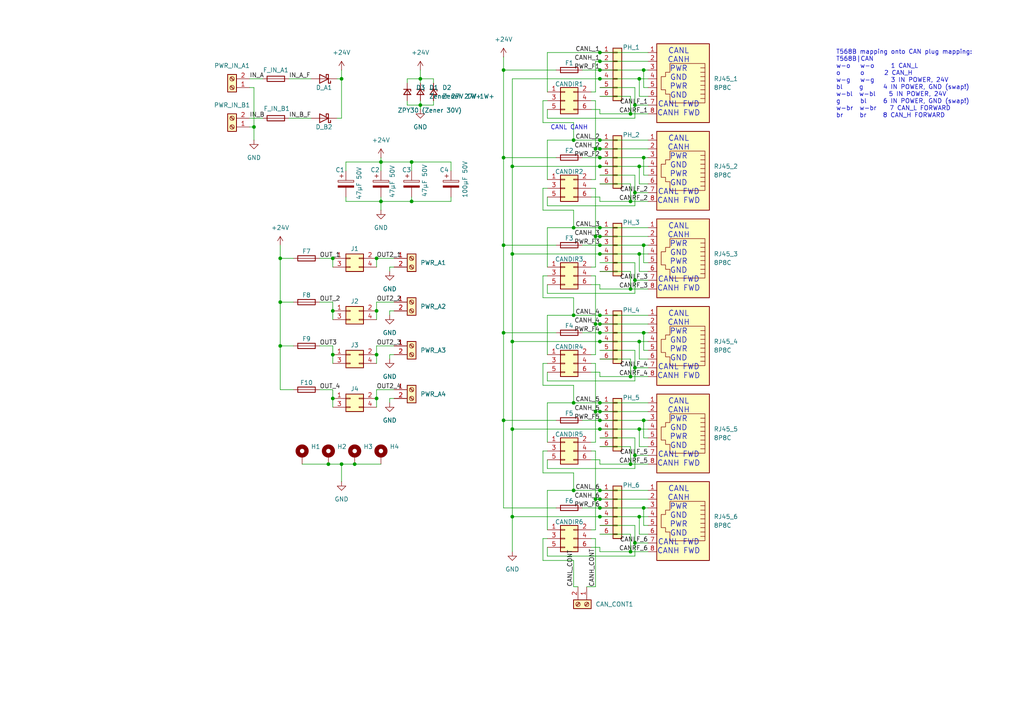
<source format=kicad_sch>
(kicad_sch (version 20250114) (generator "eeschema") (generator_version "9.0")
  (paper "A4")
  (lib_symbols
    (symbol "Connector:8P8C" (pin_names (offset 1.016))
      (property "Reference" "J" (at -5.08 13.97 0))
      (property "Value" "8P8C" (at 2.54 13.97 0))
      (symbol "8P8C_1_1"
        (pin passive line (at 10.16 10.16 180) (length 2.54) (name "~") (number "8"))
        (pin passive line (at 10.16 7.62 180) (length 2.54) (name "~") (number "7"))
        (pin passive line (at 10.16 5.08 180) (length 2.54) (name "~") (number "6"))
        (pin passive line (at 10.16 2.54 180) (length 2.54) (name "~") (number "5"))
        (pin passive line (at 10.16 0 180) (length 2.54) (name "~") (number "4"))
        (pin passive line (at 10.16 -2.54 180) (length 2.54) (name "~") (number "3"))
        (pin passive line (at 10.16 -5.08 180) (length 2.54) (name "~") (number "2"))
        (pin passive line (at 10.16 -7.62 180) (length 2.54) (name "~") (number "1"))
      )
    )
    (symbol "Connector:Screw_Terminal_01x02" (pin_names (offset 1.016) (hide yes))
      (property "Reference" "J" (at 0 2.54 0))
      (property "Value" "Screw_Terminal_01x02" (at 0 -5.08 0))
      (symbol "Screw_Terminal_01x02_1_1"
        (pin passive line (at -5.08 0 0) (length 3.81) (name "Pin_1") (number "1"))
        (pin passive line (at -5.08 -2.54 0) (length 3.81) (name "Pin_2") (number "2"))
      )
    )
    (symbol "Connector_Generic:Conn_01x06" (pin_names (offset 1.016) (hide yes))
      (property "Reference" "J" (at 0 7.62 0))
      (property "Value" "Conn_01x06" (at 0 -10.16 0))
      (symbol "Conn_01x06_1_1"
        (pin passive line (at -5.08 5.08 0) (length 3.81) (name "Pin_1") (number "1"))
        (pin passive line (at -5.08 2.54 0) (length 3.81) (name "Pin_2") (number "2"))
        (pin passive line (at -5.08 0 0) (length 3.81) (name "Pin_3") (number "3"))
        (pin passive line (at -5.08 -2.54 0) (length 3.81) (name "Pin_4") (number "4"))
        (pin passive line (at -5.08 -5.08 0) (length 3.81) (name "Pin_5") (number "5"))
        (pin passive line (at -5.08 -7.62 0) (length 3.81) (name "Pin_6") (number "6"))
      )
    )
    (symbol "Connector_Generic:Conn_02x02_Odd_Even" (pin_names (offset 1.016) (hide yes))
      (property "Reference" "J" (at 1.27 2.54 0))
      (property "Value" "Conn_02x02_Odd_Even" (at 1.27 -5.08 0))
      (symbol "Conn_02x02_Odd_Even_1_1"
        (pin passive line (at -5.08 0 0) (length 3.81) (name "Pin_1") (number "1"))
        (pin passive line (at -5.08 -2.54 0) (length 3.81) (name "Pin_3") (number "3"))
        (pin passive line (at 7.62 0 180) (length 3.81) (name "Pin_2") (number "2"))
        (pin passive line (at 7.62 -2.54 180) (length 3.81) (name "Pin_4") (number "4"))
      )
    )
    (symbol "Connector_Generic:Conn_02x03_Odd_Even" (pin_names (offset 1.016) (hide yes))
      (property "Reference" "J" (at 1.27 5.08 0))
      (property "Value" "Conn_02x03_Odd_Even" (at 1.27 -5.08 0))
      (symbol "Conn_02x03_Odd_Even_1_1"
        (pin passive line (at -5.08 2.54 0) (length 3.81) (name "Pin_1") (number "1"))
        (pin passive line (at -5.08 0 0) (length 3.81) (name "Pin_3") (number "3"))
        (pin passive line (at -5.08 -2.54 0) (length 3.81) (name "Pin_5") (number "5"))
        (pin passive line (at 7.62 2.54 180) (length 3.81) (name "Pin_2") (number "2"))
        (pin passive line (at 7.62 0 180) (length 3.81) (name "Pin_4") (number "4"))
        (pin passive line (at 7.62 -2.54 180) (length 3.81) (name "Pin_6") (number "6"))
      )
    )
    (symbol "Device:C_Polarized" (pin_numbers (hide yes)) (pin_names (offset 0.254))
      (property "Reference" "C" (at 0.635 2.54 0))
      (property "Value" "C_Polarized" (at 0.635 -2.54 0))
      (symbol "C_Polarized_1_1"
        (pin passive line (at 0 3.81 270) (length 2.794) (name "~") (number "1"))
        (pin passive line (at 0 -3.81 90) (length 2.794) (name "~") (number "2"))
      )
    )
    (symbol "Device:D_Zener_Small" (pin_numbers (hide yes)) (pin_names (offset 0.254) (hide yes))
      (property "Reference" "D" (at 0 2.286 0))
      (property "Value" "D_Zener_Small" (at 0 -2.286 0))
      (symbol "D_Zener_Small_1_1"
        (pin passive line (at -2.54 0 0) (length 1.778) (name "K") (number "1"))
        (pin passive line (at 2.54 0 180) (length 1.778) (name "A") (number "2"))
      )
    )
    (symbol "Device:Fuse" (pin_numbers (hide yes)) (pin_names (offset 0))
      (property "Reference" "F" (at 2.032 0 90))
      (property "Value" "Fuse" (at -1.905 0 90))
      (symbol "Fuse_1_1"
        (pin passive line (at 0 3.81 270) (length 1.27) (name "~") (number "1"))
        (pin passive line (at 0 -3.81 90) (length 1.27) (name "~") (number "2"))
      )
    )
    (symbol "Diode:1N5822" (pin_numbers (hide yes)) (pin_names (offset 1.016) (hide yes))
      (property "Reference" "D" (at 0 2.54 0))
      (property "Value" "1N5822" (at 0 -2.54 0))
      (symbol "1N5822_1_1"
        (pin passive line (at -3.81 0 0) (length 2.54) (name "K") (number "1"))
        (pin passive line (at 3.81 0 180) (length 2.54) (name "A") (number "2"))
      )
    )
    (symbol "Mechanical:MountingHole_Pad" (pin_numbers (hide yes)) (pin_names (offset 1.016) (hide yes)) (in_bom no)
      (property "Reference" "H" (at 0 6.35 0))
      (property "Value" "MountingHole_Pad" (at 0 4.445 0))
      (symbol "MountingHole_Pad_1_1"
        (pin input line (at 0 -2.54 90) (length 2.54) (name "1") (number "1"))
      )
    )
    (symbol "power:+24V" (power) (pin_numbers (hide yes)) (pin_names (offset 0) (hide yes))
      (property "Value" "+24V" (at 0 3.556 0))
      (symbol "+24V_1_1"
        (pin power_in line (at 0 0 90) (length 0) (name "~") (number "1"))
      )
    )
    (symbol "power:GND" (power) (pin_numbers (hide yes)) (pin_names (offset 0) (hide yes))
      (property "Value" "GND" (at 0 -3.81 0))
      (symbol "GND_1_1"
        (pin power_in line (at 0 0 270) (length 0) (name "~") (number "1"))
      )
    )
  )
  (text "CANL\nCANH\nPWR\nGND\nPWR\nGND\nCANL FWD\nCANH FWD" (at 196.85 100.076 0) (effects (font (size 1.6 1.6))))
  (text "CANL\nCANH\nPWR\nGND\nPWR\nGND\nCANL FWD\nCANH FWD" (at 196.85 49.276 0) (effects (font (size 1.6 1.6))))
  (text "CANL\nCANH\nPWR\nGND\nPWR\nGND\nCANL FWD\nCANH FWD" (at 196.85 74.676 0) (effects (font (size 1.6 1.6))))
  (text "CANL\nCANH\nPWR\nGND\nPWR\nGND\nCANL FWD\nCANH FWD" (at 196.85 125.476 0) (effects (font (size 1.6 1.6))))
  (text "CANL\nCANH\nPWR\nGND\nPWR\nGND\nCANL FWD\nCANH FWD" (at 196.85 23.876 0) (effects (font (size 1.6 1.6))))
  (text "CANL\nCANH\nPWR\nGND\nPWR\nGND\nCANL FWD\nCANH FWD" (at 196.85 150.876 0) (effects (font (size 1.6 1.6))))
  (text "  T568B mapping onto CAN plug mapping:\n  T568B|CAN\n  w-o   w-o     1 CAN_L\n  o      o      2 CAN_H\n  w-g   w-g     3 IN POWER, 24V\n  bl     g      4 IN POWER, GND (swap!)\n  w-bl  w-bl    5 IN POWER, 24V\n  g      bl     6 IN POWER, GND (swap!)\n  w-br  w-br    7 CAN_L FORWARD\n  br     br     8 CAN_H FORWARD\n" (at 240.538 24.384 0) (effects (font (size 1.27 1.27)) (justify left)))
  (text "CANL CANH" (at 165.1 37.084 0) (effects (font (size 1.27 1.27))))
  (junction (at 185.42 48.26))
  (junction (at 173.99 93.98))
  (junction (at 81.28 74.93))
  (junction (at 173.99 22.86))
  (junction (at 173.99 17.78))
  (junction (at 182.88 33.02))
  (junction (at 110.49 46.99))
  (junction (at 182.88 134.62))
  (junction (at 121.92 30.48))
  (junction (at 119.38 58.42))
  (junction (at 186.69 121.92))
  (junction (at 184.15 30.48))
  (junction (at 173.99 15.24))
  (junction (at 102.87 134.62))
  (junction (at 182.88 83.82))
  (junction (at 173.99 68.58))
  (junction (at 173.99 20.32))
  (junction (at 81.28 100.33))
  (junction (at 109.22 90.17))
  (junction (at 173.99 147.32))
  (junction (at 166.37 40.64))
  (junction (at 173.99 121.92))
  (junction (at 184.15 157.48))
  (junction (at 173.99 124.46))
  (junction (at 185.42 124.46))
  (junction (at 173.99 119.38))
  (junction (at 96.52 102.87))
  (junction (at 109.22 74.93))
  (junction (at 173.99 43.18))
  (junction (at 110.49 58.42))
  (junction (at 186.69 96.52))
  (junction (at 173.99 66.04))
  (junction (at 99.06 134.62))
  (junction (at 96.52 74.93))
  (junction (at 148.59 48.26))
  (junction (at 109.22 102.87))
  (junction (at 146.05 20.32))
  (junction (at 186.69 71.12))
  (junction (at 148.59 124.46))
  (junction (at 148.59 99.06))
  (junction (at 184.15 132.08))
  (junction (at 173.99 96.52))
  (junction (at 166.37 66.04))
  (junction (at 173.99 45.72))
  (junction (at 109.22 115.57))
  (junction (at 173.99 48.26))
  (junction (at 184.15 81.28))
  (junction (at 148.59 73.66))
  (junction (at 95.25 134.62))
  (junction (at 173.99 116.84))
  (junction (at 185.42 73.66))
  (junction (at 185.42 149.86))
  (junction (at 146.05 71.12))
  (junction (at 146.05 96.52))
  (junction (at 96.52 90.17))
  (junction (at 173.99 149.86))
  (junction (at 172.72 144.78))
  (junction (at 146.05 45.72))
  (junction (at 185.42 99.06))
  (junction (at 173.99 144.78))
  (junction (at 172.72 119.38))
  (junction (at 166.37 91.44))
  (junction (at 119.38 46.99))
  (junction (at 148.59 149.86))
  (junction (at 172.72 68.58))
  (junction (at 186.69 20.32))
  (junction (at 166.37 116.84))
  (junction (at 121.92 22.86))
  (junction (at 173.99 142.24))
  (junction (at 184.15 106.68))
  (junction (at 99.06 22.86))
  (junction (at 184.15 55.88))
  (junction (at 173.99 99.06))
  (junction (at 182.88 160.02))
  (junction (at 173.99 40.64))
  (junction (at 186.69 45.72))
  (junction (at 182.88 58.42))
  (junction (at 186.69 147.32))
  (junction (at 81.28 87.63))
  (junction (at 172.72 43.18))
  (junction (at 166.37 142.24))
  (junction (at 96.52 115.57))
  (junction (at 173.99 71.12))
  (junction (at 172.72 93.98))
  (junction (at 182.88 109.22))
  (junction (at 173.99 73.66))
  (junction (at 146.05 121.92))
  (junction (at 173.99 91.44))
  (junction (at 185.42 22.86))
  (junction (at 73.66 36.83))
  (wire (pts (xy 172.72 93.98) (xy 173.99 93.98)))
  (wire (pts (xy 173.99 93.98) (xy 187.96 93.98)))
  (wire (pts (xy 173.99 15.24) (xy 187.96 15.24)))
  (wire (pts (xy 173.99 17.78) (xy 187.96 17.78)))
  (wire (pts (xy 166.37 91.44) (xy 173.99 91.44)))
  (wire (pts (xy 148.59 73.66) (xy 173.99 73.66)))
  (wire (pts (xy 168.91 20.32) (xy 173.99 20.32)))
  (wire (pts (xy 187.96 124.46) (xy 185.42 124.46)))
  (wire (pts (xy 184.15 34.29) (xy 184.15 30.48)))
  (wire (pts (xy 99.06 134.62) (xy 102.87 134.62)))
  (wire (pts (xy 146.05 121.92) (xy 146.05 147.32)))
  (wire (pts (xy 171.45 54.61) (xy 172.72 54.61)))
  (wire (pts (xy 173.99 73.66) (xy 185.42 73.66)))
  (wire (pts (xy 186.69 152.4) (xy 187.96 152.4)))
  (wire (pts (xy 148.59 73.66) (xy 148.59 99.06)))
  (wire (pts (xy 172.72 17.78) (xy 172.72 26.67)))
  (wire (pts (xy 110.49 58.42) (xy 119.38 58.42)))
  (wire (pts (xy 187.96 121.92) (xy 186.69 121.92)))
  (wire (pts (xy 173.99 82.55) (xy 173.99 83.82)))
  (wire (pts (xy 184.15 76.2) (xy 184.15 81.28)))
  (wire (pts (xy 185.42 22.86) (xy 185.42 27.94)))
  (wire (pts (xy 95.25 134.62) (xy 99.06 134.62)))
  (wire (pts (xy 121.92 29.21) (xy 121.92 30.48)))
  (wire (pts (xy 148.59 48.26) (xy 148.59 73.66)))
  (wire (pts (xy 184.15 59.69) (xy 184.15 55.88)))
  (wire (pts (xy 146.05 45.72) (xy 146.05 71.12)))
  (wire (pts (xy 83.82 22.86) (xy 90.17 22.86)))
  (wire (pts (xy 172.72 130.81) (xy 172.72 144.78)))
  (wire (pts (xy 168.91 71.12) (xy 173.99 71.12)))
  (wire (pts (xy 186.69 127) (xy 187.96 127)))
  (wire (pts (xy 148.59 124.46) (xy 173.99 124.46)))
  (wire (pts (xy 173.99 57.15) (xy 173.99 58.42)))
  (wire (pts (xy 157.48 130.81) (xy 157.48 137.16)))
  (wire (pts (xy 173.99 83.82) (xy 182.88 83.82)))
  (wire (pts (xy 172.72 128.27) (xy 171.45 128.27)))
  (wire (pts (xy 166.37 137.16) (xy 166.37 142.24)))
  (wire (pts (xy 92.71 100.33) (xy 96.52 100.33)))
  (wire (pts (xy 146.05 45.72) (xy 161.29 45.72)))
  (wire (pts (xy 85.09 74.93) (xy 81.28 74.93)))
  (wire (pts (xy 166.37 40.64) (xy 173.99 40.64)))
  (wire (pts (xy 92.71 87.63) (xy 96.52 87.63)))
  (wire (pts (xy 172.72 52.07) (xy 171.45 52.07)))
  (wire (pts (xy 187.96 45.72) (xy 186.69 45.72)))
  (wire (pts (xy 172.72 153.67) (xy 171.45 153.67)))
  (wire (pts (xy 185.42 104.14) (xy 187.96 104.14)))
  (wire (pts (xy 171.45 80.01) (xy 172.72 80.01)))
  (wire (pts (xy 96.52 87.63) (xy 96.52 90.17)))
  (wire (pts (xy 184.15 132.08) (xy 187.96 132.08)))
  (wire (pts (xy 158.75 133.35) (xy 158.75 135.89)))
  (wire (pts (xy 173.99 119.38) (xy 187.96 119.38)))
  (wire (pts (xy 173.99 107.95) (xy 173.99 109.22)))
  (wire (pts (xy 172.72 26.67) (xy 171.45 26.67)))
  (wire (pts (xy 187.96 96.52) (xy 186.69 96.52)))
  (wire (pts (xy 100.33 46.99) (xy 110.49 46.99)))
  (wire (pts (xy 185.42 48.26) (xy 185.42 53.34)))
  (wire (pts (xy 173.99 152.4) (xy 184.15 152.4)))
  (wire (pts (xy 110.49 58.42) (xy 110.49 57.15)))
  (wire (pts (xy 173.99 134.62) (xy 182.88 134.62)))
  (wire (pts (xy 158.75 110.49) (xy 184.15 110.49)))
  (wire (pts (xy 99.06 22.86) (xy 99.06 34.29)))
  (wire (pts (xy 182.88 58.42) (xy 187.96 58.42)))
  (wire (pts (xy 172.72 43.18) (xy 173.99 43.18)))
  (wire (pts (xy 109.22 74.93) (xy 114.3 74.93)))
  (wire (pts (xy 173.99 133.35) (xy 171.45 133.35)))
  (wire (pts (xy 100.33 57.15) (xy 100.33 58.42)))
  (wire (pts (xy 157.48 60.96) (xy 166.37 60.96)))
  (wire (pts (xy 92.71 113.03) (xy 96.52 113.03)))
  (wire (pts (xy 121.92 22.86) (xy 125.73 22.86)))
  (wire (pts (xy 184.15 50.8) (xy 184.15 55.88)))
  (wire (pts (xy 73.66 25.4) (xy 73.66 36.83)))
  (wire (pts (xy 121.92 30.48) (xy 125.73 30.48)))
  (wire (pts (xy 81.28 74.93) (xy 81.28 87.63)))
  (wire (pts (xy 172.72 144.78) (xy 173.99 144.78)))
  (wire (pts (xy 110.49 45.72) (xy 110.49 46.99)))
  (wire (pts (xy 148.59 124.46) (xy 148.59 149.86)))
  (wire (pts (xy 148.59 99.06) (xy 148.59 124.46)))
  (wire (pts (xy 158.75 116.84) (xy 158.75 128.27)))
  (wire (pts (xy 146.05 96.52) (xy 146.05 121.92)))
  (wire (pts (xy 110.49 46.99) (xy 110.49 49.53)))
  (wire (pts (xy 109.22 87.63) (xy 114.3 87.63)))
  (wire (pts (xy 168.91 45.72) (xy 173.99 45.72)))
  (wire (pts (xy 187.96 73.66) (xy 185.42 73.66)))
  (wire (pts (xy 157.48 156.21) (xy 158.75 156.21)))
  (wire (pts (xy 186.69 147.32) (xy 186.69 152.4)))
  (wire (pts (xy 158.75 161.29) (xy 184.15 161.29)))
  (wire (pts (xy 173.99 82.55) (xy 171.45 82.55)))
  (wire (pts (xy 157.48 130.81) (xy 158.75 130.81)))
  (wire (pts (xy 185.42 124.46) (xy 185.42 129.54)))
  (wire (pts (xy 96.52 90.17) (xy 96.52 92.71)))
  (wire (pts (xy 173.99 104.14) (xy 182.88 104.14)))
  (wire (pts (xy 182.88 83.82) (xy 187.96 83.82)))
  (wire (pts (xy 81.28 87.63) (xy 81.28 100.33)))
  (wire (pts (xy 173.99 116.84) (xy 187.96 116.84)))
  (wire (pts (xy 113.03 90.17) (xy 113.03 91.44)))
  (wire (pts (xy 125.73 22.86) (xy 125.73 24.13)))
  (wire (pts (xy 146.05 20.32) (xy 146.05 45.72)))
  (wire (pts (xy 146.05 16.51) (xy 146.05 20.32)))
  (wire (pts (xy 173.99 91.44) (xy 187.96 91.44)))
  (wire (pts (xy 121.92 22.86) (xy 121.92 24.13)))
  (wire (pts (xy 184.15 110.49) (xy 184.15 106.68)))
  (wire (pts (xy 73.66 25.4) (xy 72.39 25.4)))
  (wire (pts (xy 83.82 34.29) (xy 90.17 34.29)))
  (wire (pts (xy 119.38 46.99) (xy 130.81 46.99)))
  (wire (pts (xy 182.88 109.22) (xy 187.96 109.22)))
  (wire (pts (xy 146.05 96.52) (xy 161.29 96.52)))
  (wire (pts (xy 109.22 115.57) (xy 109.22 118.11)))
  (wire (pts (xy 182.88 134.62) (xy 187.96 134.62)))
  (wire (pts (xy 125.73 29.21) (xy 125.73 30.48)))
  (wire (pts (xy 113.03 102.87) (xy 113.03 104.14)))
  (wire (pts (xy 173.99 33.02) (xy 182.88 33.02)))
  (wire (pts (xy 113.03 77.47) (xy 113.03 78.74)))
  (wire (pts (xy 168.91 147.32) (xy 173.99 147.32)))
  (wire (pts (xy 186.69 50.8) (xy 187.96 50.8)))
  (wire (pts (xy 171.45 156.21) (xy 172.72 156.21)))
  (wire (pts (xy 186.69 25.4) (xy 187.96 25.4)))
  (wire (pts (xy 148.59 149.86) (xy 148.59 160.02)))
  (wire (pts (xy 100.33 49.53) (xy 100.33 46.99)))
  (wire (pts (xy 158.75 15.24) (xy 158.75 26.67)))
  (wire (pts (xy 168.91 96.52) (xy 173.99 96.52)))
  (wire (pts (xy 184.15 85.09) (xy 184.15 81.28)))
  (wire (pts (xy 158.75 15.24) (xy 173.99 15.24)))
  (wire (pts (xy 166.37 116.84) (xy 173.99 116.84)))
  (wire (pts (xy 166.37 142.24) (xy 173.99 142.24)))
  (wire (pts (xy 171.45 105.41) (xy 172.72 105.41)))
  (wire (pts (xy 184.15 101.6) (xy 184.15 106.68)))
  (wire (pts (xy 157.48 86.36) (xy 166.37 86.36)))
  (wire (pts (xy 157.48 29.21) (xy 157.48 35.56)))
  (wire (pts (xy 173.99 158.75) (xy 171.45 158.75)))
  (wire (pts (xy 119.38 58.42) (xy 119.38 57.15)))
  (wire (pts (xy 185.42 27.94) (xy 187.96 27.94)))
  (wire (pts (xy 110.49 46.99) (xy 119.38 46.99)))
  (wire (pts (xy 166.37 162.56) (xy 166.37 170.18)))
  (wire (pts (xy 185.42 53.34) (xy 187.96 53.34)))
  (wire (pts (xy 172.72 77.47) (xy 171.45 77.47)))
  (wire (pts (xy 172.72 29.21) (xy 172.72 43.18)))
  (wire (pts (xy 168.91 121.92) (xy 173.99 121.92)))
  (wire (pts (xy 158.75 40.64) (xy 158.75 52.07)))
  (wire (pts (xy 173.99 107.95) (xy 171.45 107.95)))
  (wire (pts (xy 173.99 133.35) (xy 173.99 134.62)))
  (wire (pts (xy 173.99 76.2) (xy 184.15 76.2)))
  (wire (pts (xy 187.96 48.26) (xy 185.42 48.26)))
  (wire (pts (xy 173.99 96.52) (xy 186.69 96.52)))
  (wire (pts (xy 113.03 115.57) (xy 114.3 115.57)))
  (wire (pts (xy 184.15 161.29) (xy 184.15 157.48)))
  (wire (pts (xy 85.09 113.03) (xy 81.28 113.03)))
  (wire (pts (xy 186.69 71.12) (xy 186.69 76.2)))
  (wire (pts (xy 118.11 30.48) (xy 121.92 30.48)))
  (wire (pts (xy 148.59 149.86) (xy 173.99 149.86)))
  (wire (pts (xy 172.72 54.61) (xy 172.72 68.58)))
  (wire (pts (xy 157.48 29.21) (xy 158.75 29.21)))
  (wire (pts (xy 173.99 43.18) (xy 187.96 43.18)))
  (wire (pts (xy 130.81 46.99) (xy 130.81 49.53)))
  (wire (pts (xy 166.37 111.76) (xy 166.37 116.84)))
  (wire (pts (xy 148.59 22.86) (xy 173.99 22.86)))
  (wire (pts (xy 185.42 149.86) (xy 185.42 154.94)))
  (wire (pts (xy 173.99 158.75) (xy 173.99 160.02)))
  (wire (pts (xy 81.28 74.93) (xy 81.28 71.12)))
  (wire (pts (xy 81.28 100.33) (xy 81.28 113.03)))
  (wire (pts (xy 173.99 22.86) (xy 185.42 22.86)))
  (wire (pts (xy 186.69 76.2) (xy 187.96 76.2)))
  (wire (pts (xy 158.75 116.84) (xy 166.37 116.84)))
  (wire (pts (xy 184.15 157.48) (xy 187.96 157.48)))
  (wire (pts (xy 158.75 85.09) (xy 184.15 85.09)))
  (wire (pts (xy 113.03 77.47) (xy 114.3 77.47)))
  (wire (pts (xy 173.99 53.34) (xy 182.88 53.34)))
  (wire (pts (xy 173.99 142.24) (xy 187.96 142.24)))
  (wire (pts (xy 92.71 74.93) (xy 96.52 74.93)))
  (wire (pts (xy 173.99 121.92) (xy 186.69 121.92)))
  (wire (pts (xy 109.22 113.03) (xy 109.22 115.57)))
  (wire (pts (xy 157.48 156.21) (xy 157.48 162.56)))
  (wire (pts (xy 173.99 57.15) (xy 171.45 57.15)))
  (wire (pts (xy 166.37 170.18) (xy 167.64 170.18)))
  (wire (pts (xy 110.49 58.42) (xy 110.49 60.96)))
  (wire (pts (xy 173.99 109.22) (xy 182.88 109.22)))
  (wire (pts (xy 173.99 149.86) (xy 185.42 149.86)))
  (wire (pts (xy 130.81 57.15) (xy 130.81 58.42)))
  (wire (pts (xy 173.99 129.54) (xy 182.88 129.54)))
  (wire (pts (xy 157.48 105.41) (xy 158.75 105.41)))
  (wire (pts (xy 182.88 27.94) (xy 182.88 33.02)))
  (wire (pts (xy 100.33 58.42) (xy 110.49 58.42)))
  (wire (pts (xy 186.69 45.72) (xy 186.69 50.8)))
  (wire (pts (xy 109.22 100.33) (xy 109.22 102.87)))
  (wire (pts (xy 146.05 20.32) (xy 161.29 20.32)))
  (wire (pts (xy 146.05 71.12) (xy 146.05 96.52)))
  (wire (pts (xy 182.88 78.74) (xy 182.88 83.82)))
  (wire (pts (xy 73.66 36.83) (xy 73.66 40.64)))
  (wire (pts (xy 187.96 20.32) (xy 186.69 20.32)))
  (wire (pts (xy 173.99 50.8) (xy 184.15 50.8)))
  (wire (pts (xy 166.37 35.56) (xy 166.37 40.64)))
  (wire (pts (xy 173.99 147.32) (xy 186.69 147.32)))
  (wire (pts (xy 173.99 27.94) (xy 182.88 27.94)))
  (wire (pts (xy 158.75 142.24) (xy 158.75 153.67)))
  (wire (pts (xy 158.75 91.44) (xy 158.75 102.87)))
  (wire (pts (xy 166.37 66.04) (xy 173.99 66.04)))
  (wire (pts (xy 157.48 80.01) (xy 158.75 80.01)))
  (wire (pts (xy 184.15 81.28) (xy 187.96 81.28)))
  (wire (pts (xy 171.45 130.81) (xy 172.72 130.81)))
  (wire (pts (xy 72.39 22.86) (xy 76.2 22.86)))
  (wire (pts (xy 172.72 119.38) (xy 173.99 119.38)))
  (wire (pts (xy 148.59 99.06) (xy 173.99 99.06)))
  (wire (pts (xy 187.96 99.06) (xy 185.42 99.06)))
  (wire (pts (xy 121.92 20.32) (xy 121.92 22.86)))
  (wire (pts (xy 182.88 104.14) (xy 182.88 109.22)))
  (wire (pts (xy 171.45 29.21) (xy 172.72 29.21)))
  (wire (pts (xy 173.99 58.42) (xy 182.88 58.42)))
  (wire (pts (xy 186.69 20.32) (xy 186.69 25.4)))
  (wire (pts (xy 158.75 142.24) (xy 166.37 142.24)))
  (wire (pts (xy 72.39 36.83) (xy 73.66 36.83)))
  (wire (pts (xy 109.22 87.63) (xy 109.22 90.17)))
  (wire (pts (xy 99.06 22.86) (xy 97.79 22.86)))
  (wire (pts (xy 184.15 135.89) (xy 184.15 132.08)))
  (wire (pts (xy 184.15 25.4) (xy 184.15 30.48)))
  (wire (pts (xy 158.75 59.69) (xy 184.15 59.69)))
  (wire (pts (xy 87.63 134.62) (xy 95.25 134.62)))
  (wire (pts (xy 148.59 22.86) (xy 148.59 48.26)))
  (wire (pts (xy 170.18 170.18) (xy 172.72 170.18)))
  (wire (pts (xy 102.87 134.62) (xy 110.49 134.62)))
  (wire (pts (xy 121.92 30.48) (xy 121.92 31.75)))
  (wire (pts (xy 173.99 40.64) (xy 187.96 40.64)))
  (wire (pts (xy 187.96 71.12) (xy 186.69 71.12)))
  (wire (pts (xy 158.75 91.44) (xy 166.37 91.44)))
  (wire (pts (xy 157.48 137.16) (xy 166.37 137.16)))
  (wire (pts (xy 166.37 60.96) (xy 166.37 66.04)))
  (wire (pts (xy 157.48 162.56) (xy 166.37 162.56)))
  (wire (pts (xy 173.99 25.4) (xy 184.15 25.4)))
  (wire (pts (xy 172.72 68.58) (xy 172.72 77.47)))
  (wire (pts (xy 186.69 96.52) (xy 186.69 101.6)))
  (wire (pts (xy 173.99 31.75) (xy 171.45 31.75)))
  (wire (pts (xy 109.22 100.33) (xy 114.3 100.33)))
  (wire (pts (xy 118.11 22.86) (xy 121.92 22.86)))
  (wire (pts (xy 184.15 152.4) (xy 184.15 157.48)))
  (wire (pts (xy 158.75 40.64) (xy 166.37 40.64)))
  (wire (pts (xy 172.72 17.78) (xy 173.99 17.78)))
  (wire (pts (xy 187.96 149.86) (xy 185.42 149.86)))
  (wire (pts (xy 157.48 105.41) (xy 157.48 111.76)))
  (wire (pts (xy 157.48 54.61) (xy 158.75 54.61)))
  (wire (pts (xy 184.15 55.88) (xy 187.96 55.88)))
  (wire (pts (xy 173.99 144.78) (xy 187.96 144.78)))
  (wire (pts (xy 96.52 100.33) (xy 96.52 102.87)))
  (wire (pts (xy 173.99 154.94) (xy 182.88 154.94)))
  (wire (pts (xy 185.42 78.74) (xy 187.96 78.74)))
  (wire (pts (xy 184.15 106.68) (xy 187.96 106.68)))
  (wire (pts (xy 186.69 101.6) (xy 187.96 101.6)))
  (wire (pts (xy 187.96 22.86) (xy 185.42 22.86)))
  (wire (pts (xy 113.03 90.17) (xy 114.3 90.17)))
  (wire (pts (xy 186.69 121.92) (xy 186.69 127)))
  (wire (pts (xy 158.75 66.04) (xy 158.75 77.47)))
  (wire (pts (xy 109.22 113.03) (xy 114.3 113.03)))
  (wire (pts (xy 99.06 34.29) (xy 97.79 34.29)))
  (wire (pts (xy 185.42 99.06) (xy 185.42 104.14)))
  (wire (pts (xy 172.72 93.98) (xy 172.72 102.87)))
  (wire (pts (xy 182.88 160.02) (xy 187.96 160.02)))
  (wire (pts (xy 172.72 119.38) (xy 172.72 128.27)))
  (wire (pts (xy 184.15 30.48) (xy 187.96 30.48)))
  (wire (pts (xy 158.75 158.75) (xy 158.75 161.29)))
  (wire (pts (xy 173.99 99.06) (xy 185.42 99.06)))
  (wire (pts (xy 172.72 80.01) (xy 172.72 93.98)))
  (wire (pts (xy 118.11 29.21) (xy 118.11 30.48)))
  (wire (pts (xy 185.42 154.94) (xy 187.96 154.94)))
  (wire (pts (xy 185.42 73.66) (xy 185.42 78.74)))
  (wire (pts (xy 113.03 102.87) (xy 114.3 102.87)))
  (wire (pts (xy 148.59 48.26) (xy 173.99 48.26)))
  (wire (pts (xy 157.48 80.01) (xy 157.48 86.36)))
  (wire (pts (xy 172.72 105.41) (xy 172.72 119.38)))
  (wire (pts (xy 173.99 20.32) (xy 186.69 20.32)))
  (wire (pts (xy 173.99 66.04) (xy 187.96 66.04)))
  (wire (pts (xy 172.72 68.58) (xy 173.99 68.58)))
  (wire (pts (xy 172.72 102.87) (xy 171.45 102.87)))
  (wire (pts (xy 158.75 57.15) (xy 158.75 59.69)))
  (wire (pts (xy 81.28 87.63) (xy 85.09 87.63)))
  (wire (pts (xy 72.39 34.29) (xy 76.2 34.29)))
  (wire (pts (xy 96.52 74.93) (xy 96.52 77.47)))
  (wire (pts (xy 109.22 74.93) (xy 109.22 77.47)))
  (wire (pts (xy 182.88 53.34) (xy 182.88 58.42)))
  (wire (pts (xy 157.48 35.56) (xy 166.37 35.56)))
  (wire (pts (xy 146.05 147.32) (xy 161.29 147.32)))
  (wire (pts (xy 172.72 156.21) (xy 172.72 170.18)))
  (wire (pts (xy 182.88 129.54) (xy 182.88 134.62)))
  (wire (pts (xy 173.99 68.58) (xy 187.96 68.58)))
  (wire (pts (xy 99.06 134.62) (xy 99.06 139.7)))
  (wire (pts (xy 172.72 43.18) (xy 172.72 52.07)))
  (wire (pts (xy 96.52 113.03) (xy 96.52 115.57)))
  (wire (pts (xy 173.99 71.12) (xy 186.69 71.12)))
  (wire (pts (xy 113.03 115.57) (xy 113.03 116.84)))
  (wire (pts (xy 146.05 121.92) (xy 161.29 121.92)))
  (wire (pts (xy 158.75 135.89) (xy 184.15 135.89)))
  (wire (pts (xy 173.99 48.26) (xy 185.42 48.26)))
  (wire (pts (xy 182.88 33.02) (xy 187.96 33.02)))
  (wire (pts (xy 96.52 102.87) (xy 96.52 105.41)))
  (wire (pts (xy 184.15 127) (xy 184.15 132.08)))
  (wire (pts (xy 119.38 46.99) (xy 119.38 49.53)))
  (wire (pts (xy 173.99 78.74) (xy 182.88 78.74)))
  (wire (pts (xy 109.22 102.87) (xy 109.22 105.41)))
  (wire (pts (xy 157.48 111.76) (xy 166.37 111.76)))
  (wire (pts (xy 158.75 82.55) (xy 158.75 85.09)))
  (wire (pts (xy 172.72 144.78) (xy 172.72 153.67)))
  (wire (pts (xy 85.09 100.33) (xy 81.28 100.33)))
  (wire (pts (xy 158.75 31.75) (xy 158.75 34.29)))
  (wire (pts (xy 158.75 66.04) (xy 166.37 66.04)))
  (wire (pts (xy 187.96 147.32) (xy 186.69 147.32)))
  (wire (pts (xy 173.99 160.02) (xy 182.88 160.02)))
  (wire (pts (xy 118.11 22.86) (xy 118.11 24.13)))
  (wire (pts (xy 96.52 115.57) (xy 96.52 118.11)))
  (wire (pts (xy 185.42 129.54) (xy 187.96 129.54)))
  (wire (pts (xy 99.06 20.32) (xy 99.06 22.86)))
  (wire (pts (xy 173.99 31.75) (xy 173.99 33.02)))
  (wire (pts (xy 109.22 90.17) (xy 109.22 92.71)))
  (wire (pts (xy 158.75 34.29) (xy 184.15 34.29)))
  (wire (pts (xy 173.99 127) (xy 184.15 127)))
  (wire (pts (xy 146.05 71.12) (xy 161.29 71.12)))
  (wire (pts (xy 158.75 107.95) (xy 158.75 110.49)))
  (wire (pts (xy 166.37 86.36) (xy 166.37 91.44)))
  (wire (pts (xy 157.48 54.61) (xy 157.48 60.96)))
  (wire (pts (xy 173.99 101.6) (xy 184.15 101.6)))
  (wire (pts (xy 182.88 154.94) (xy 182.88 160.02)))
  (wire (pts (xy 173.99 45.72) (xy 186.69 45.72)))
  (wire (pts (xy 130.81 58.42) (xy 119.38 58.42)))
  (wire (pts (xy 173.99 124.46) (xy 185.42 124.46)))
  (label "CANH_2" (at 173.99 43.18 180))
  (label "CANLF_4" (at 187.96 106.68 180))
  (label "IN_B" (at 72.39 34.29 0))
  (label "CANL_5" (at 173.99 116.84 180))
  (label "CANH_1" (at 173.99 17.78 180))
  (label "OUT2_3" (at 109.22 100.33 0))
  (label "OUT2_2" (at 109.22 87.63 0))
  (label "OUT2_1" (at 109.22 74.93 0))
  (label "OUT2_4" (at 109.22 113.03 0))
  (label "CANRF_3" (at 187.96 83.82 180))
  (label "CANLF_3" (at 187.96 81.28 180))
  (label "IN_A" (at 72.39 22.86 0))
  (label "IN_B_F" (at 83.82 34.29 0))
  (label "CANH_3" (at 173.99 68.58 180))
  (label "IN_A_F" (at 83.82 22.86 0))
  (label "CANRF_6" (at 187.96 160.02 180))
  (label "CANRF_1" (at 187.96 33.02 180))
  (label "PWR_F2" (at 173.99 45.72 180))
  (label "PWR_F1" (at 173.99 20.32 180))
  (label "PWR_F5" (at 173.99 121.92 180))
  (label "PWR_F6" (at 173.99 147.32 180))
  (label "PWR_F4" (at 173.99 96.52 180))
  (label "PWR_F3" (at 173.99 71.12 180))
  (label "CANRF_4" (at 187.96 109.22 180))
  (label "CANRF_2" (at 187.96 58.42 180))
  (label "CANL_1" (at 173.99 15.24 180))
  (label "CANLF_6" (at 187.96 157.48 180))
  (label "CANLF_2" (at 187.96 55.88 180))
  (label "CANH_6" (at 173.99 144.78 180))
  (label "CANL_3" (at 173.99 66.04 180))
  (label "OUT_4" (at 92.71 113.03 0))
  (label "CANRF_5" (at 187.96 134.62 180))
  (label "CANH_5" (at 173.99 119.38 180))
  (label "CANH_CONT" (at 172.72 170.18 90))
  (label "CANL_CONT" (at 166.37 170.18 90))
  (label "CANLF_1" (at 187.96 30.48 180))
  (label "CANLF_5" (at 187.96 132.08 180))
  (label "CANL_6" (at 173.99 142.24 180))
  (label "CANH_4" (at 173.99 93.98 180))
  (label "OUT_1" (at 92.71 74.93 0))
  (label "CANL_4" (at 173.99 91.44 180))
  (label "OUT3" (at 92.71 100.33 0))
  (label "OUT_2" (at 92.71 87.63 0))
  (label "CANL_2" (at 173.99 40.64 180))
  (symbol (lib_id "Connector_Generic:Conn_02x03_Odd_Even") (at 163.83 130.81 0) (unit 1)
    (property "Reference" "CANDIR5" (at 165.1 125.984 0))
    (property "Value" "Conn_02x03_Odd_Even" (effects (hide yes)))
    (property "Footprint" "Connector_PinHeader_2.54mm:PinHeader_2x03_P2.54mm_Vertical" (effects (hide yes)))
    (property "Description" "Generic connector, double row, 02x03, odd/even pin numbering scheme (row 1 odd numbers, row 2 even numbers), script generated (kicad-library-utils/schlib/autogen/connector/)" (effects (hide yes)))
  )
  (symbol (lib_id "Device:Fuse") (at 88.9 113.03 90) (unit 1)
    (property "Reference" "F10" (at 88.9 110.998 90))
    (property "Value" "Fuse" (effects (hide yes)))
    (property "Footprint" "Fuse:Fuse_BelFuse_0ZRE0016FF_L9.9mm_W3.8mm" (effects (hide yes)))
    (property "Description" "Fuse" (effects (hide yes)))
  )
  (symbol (lib_id "power:GND") (at 113.03 104.14 0) (unit 1)
    (property "Reference" "#PWR011" (effects (hide yes)))
    (property "Value" "GND" (at 113.03 109.22 0))
    (property "Description" "Power symbol creates a global label with name \"GND\" , ground" (effects (hide yes)))
  )
  (symbol (lib_id "Mechanical:MountingHole_Pad") (at 110.49 132.08 0) (unit 1) (in_bom no)
    (property "Reference" "H4" (at 113.03 129.5399 0) (effects (justify left)))
    (property "Value" "MountingHole_Pad" (effects (hide yes)))
    (property "Footprint" "MountingHole:MountingHole_3.2mm_M3_Pad" (effects (hide yes)))
    (property "Description" "Mounting Hole with connection" (effects (hide yes)))
  )
  (symbol (lib_id "Connector_Generic:Conn_01x06") (at 179.07 121.92 0) (unit 1)
    (property "Reference" "PH_5" (at 180.594 115.316 0) (effects (justify left)))
    (property "Value" "Conn_01x06" (effects (hide yes)))
    (property "Footprint" "Connector_PinSocket_2.54mm:PinSocket_1x06_P2.54mm_Vertical" (effects (hide yes)))
    (property "Description" "Generic connector, single row, 01x06, script generated (kicad-library-utils/schlib/autogen/connector/)" (effects (hide yes)))
  )
  (symbol (lib_id "Connector_Generic:Conn_02x02_Odd_Even") (at 101.6 90.17 0) (unit 1)
    (property "Reference" "J2" (at 102.87 87.376 0))
    (property "Value" "Conn_02x02_Odd_Even" (effects (hide yes)))
    (property "Footprint" "Connector_PinHeader_2.54mm:PinHeader_2x02_P2.54mm_Vertical" (effects (hide yes)))
    (property "Description" "Generic connector, double row, 02x02, odd/even pin numbering scheme (row 1 odd numbers, row 2 even numbers), script generated (kicad-library-utils/schlib/autogen/connector/)" (effects (hide yes)))
  )
  (symbol (lib_id "Connector:8P8C") (at 198.12 48.26 180) (unit 1)
    (property "Reference" "RJ45_2" (at 207.01 48.2599 0) (effects (justify right)))
    (property "Value" "8P8C" (at 207.01 50.7999 0) (effects (justify right)))
    (property "Footprint" "Connector_RJ:RJ45_OST_PJ012-8P8CX_Vertical" (effects (hide yes)))
    (property "Description" "RJ connector, 8P8C (8 positions 8 connected), RJ31/RJ32/RJ33/RJ34/RJ35/RJ41/RJ45/RJ49/RJ61" (effects (hide yes)))
  )
  (symbol (lib_id "power:GND") (at 113.03 116.84 0) (unit 1)
    (property "Reference" "#PWR012" (effects (hide yes)))
    (property "Value" "GND" (at 113.03 121.92 0))
    (property "Description" "Power symbol creates a global label with name \"GND\" , ground" (effects (hide yes)))
  )
  (symbol (lib_id "Device:Fuse") (at 165.1 96.52 90) (unit 1)
    (property "Reference" "F4" (at 165.1 94.488 90))
    (property "Value" "Fuse" (effects (hide yes)))
    (property "Footprint" "Fuse:Fuse_BelFuse_0ZRE0016FF_L9.9mm_W3.8mm" (effects (hide yes)))
    (property "Description" "Fuse" (effects (hide yes)))
  )
  (symbol (lib_id "Device:D_Zener_Small") (at 121.92 26.67 270) (unit 1)
    (property "Reference" "D1" (at 124.46 25.3999 90) (effects (justify left)))
    (property "Value" "Zener 27V 1W+" (at 124.46 27.9399 90) (effects (justify left)))
    (property "Footprint" "Diode_THT:D_5W_P12.70mm_Horizontal" (effects (hide yes)))
    (property "Description" "Zener diode, small symbol" (effects (hide yes)))
  )
  (symbol (lib_id "Connector_Generic:Conn_02x02_Odd_Even") (at 101.6 115.57 0) (unit 1)
    (property "Reference" "J4" (at 102.87 112.776 0))
    (property "Value" "Conn_02x02_Odd_Even" (effects (hide yes)))
    (property "Footprint" "Connector_PinHeader_2.54mm:PinHeader_2x02_P2.54mm_Vertical" (effects (hide yes)))
    (property "Description" "Generic connector, double row, 02x02, odd/even pin numbering scheme (row 1 odd numbers, row 2 even numbers), script generated (kicad-library-utils/schlib/autogen/connector/)" (effects (hide yes)))
  )
  (symbol (lib_id "power:+24V") (at 121.92 20.32 0) (unit 1)
    (property "Reference" "#PWR06" (effects (hide yes)))
    (property "Value" "+24V" (at 121.92 15.24 0))
    (property "Description" "Power symbol creates a global label with name \"+24V\"" (effects (hide yes)))
  )
  (symbol (lib_id "Connector_Generic:Conn_02x03_Odd_Even") (at 163.83 54.61 0) (unit 1)
    (property "Reference" "CANDIR2" (at 165.1 49.784 0))
    (property "Value" "Conn_02x03_Odd_Even" (effects (hide yes)))
    (property "Footprint" "Connector_PinHeader_2.54mm:PinHeader_2x03_P2.54mm_Vertical" (effects (hide yes)))
    (property "Description" "Generic connector, double row, 02x03, odd/even pin numbering scheme (row 1 odd numbers, row 2 even numbers), script generated (kicad-library-utils/schlib/autogen/connector/)" (effects (hide yes)))
  )
  (symbol (lib_id "Connector_Generic:Conn_02x02_Odd_Even") (at 101.6 102.87 0) (unit 1)
    (property "Reference" "J3" (at 102.87 100.076 0))
    (property "Value" "Conn_02x02_Odd_Even" (effects (hide yes)))
    (property "Footprint" "Connector_PinHeader_2.54mm:PinHeader_2x02_P2.54mm_Vertical" (effects (hide yes)))
    (property "Description" "Generic connector, double row, 02x02, odd/even pin numbering scheme (row 1 odd numbers, row 2 even numbers), script generated (kicad-library-utils/schlib/autogen/connector/)" (effects (hide yes)))
  )
  (symbol (lib_id "Connector_Generic:Conn_02x03_Odd_Even") (at 163.83 80.01 0) (unit 1)
    (property "Reference" "CANDIR3" (at 165.1 75.184 0))
    (property "Value" "Conn_02x03_Odd_Even" (effects (hide yes)))
    (property "Footprint" "Connector_PinHeader_2.54mm:PinHeader_2x03_P2.54mm_Vertical" (effects (hide yes)))
    (property "Description" "Generic connector, double row, 02x03, odd/even pin numbering scheme (row 1 odd numbers, row 2 even numbers), script generated (kicad-library-utils/schlib/autogen/connector/)" (effects (hide yes)))
  )
  (symbol (lib_id "Connector_Generic:Conn_01x06") (at 179.07 45.72 0) (unit 1)
    (property "Reference" "PH_2" (at 180.594 39.116 0) (effects (justify left)))
    (property "Value" "Conn_01x06" (effects (hide yes)))
    (property "Footprint" "Connector_PinSocket_2.54mm:PinSocket_1x06_P2.54mm_Vertical" (effects (hide yes)))
    (property "Description" "Generic connector, single row, 01x06, script generated (kicad-library-utils/schlib/autogen/connector/)" (effects (hide yes)))
  )
  (symbol (lib_id "Connector:Screw_Terminal_01x02") (at 67.31 25.4 180) (unit 1)
    (property "Reference" "PWR_IN_A1" (at 67.31 19.05 0))
    (property "Value" "Screw_Terminal_01x02" (effects (hide yes)))
    (property "Footprint" "TerminalBlock_RND:TerminalBlock_RND_205-00232_1x02_P5.08mm_Horizontal" (effects (hide yes)))
    (property "Description" "Generic screw terminal, single row, 01x02, script generated (kicad-library-utils/schlib/autogen/connector/)" (effects (hide yes)))
  )
  (symbol (lib_id "power:+24V") (at 99.06 20.32 0) (unit 1)
    (property "Reference" "#PWR01" (effects (hide yes)))
    (property "Value" "+24V" (at 99.06 15.24 0))
    (property "Description" "Power symbol creates a global label with name \"+24V\"" (effects (hide yes)))
  )
  (symbol (lib_id "Device:C_Polarized") (at 100.33 53.34 0) (unit 1)
    (property "Reference" "C1" (at 97.282 49.276 0) (effects (justify left)))
    (property "Value" "47µF 50V" (at 104.14 57.912 90) (effects (justify left)))
    (property "Footprint" "Capacitor_THT:CP_Radial_D6.3mm_P2.50mm" (effects (hide yes)))
    (property "Description" "Polarized capacitor" (effects (hide yes)))
  )
  (symbol (lib_id "Connector:8P8C") (at 198.12 99.06 180) (unit 1)
    (property "Reference" "RJ45_4" (at 207.01 99.0599 0) (effects (justify right)))
    (property "Value" "8P8C" (at 207.01 101.5999 0) (effects (justify right)))
    (property "Footprint" "Connector_RJ:RJ45_OST_PJ012-8P8CX_Vertical" (effects (hide yes)))
    (property "Description" "RJ connector, 8P8C (8 positions 8 connected), RJ31/RJ32/RJ33/RJ34/RJ35/RJ41/RJ45/RJ49/RJ61" (effects (hide yes)))
  )
  (symbol (lib_id "power:GND") (at 113.03 78.74 0) (unit 1)
    (property "Reference" "#PWR02" (effects (hide yes)))
    (property "Value" "GND" (at 113.03 83.82 0))
    (property "Description" "Power symbol creates a global label with name \"GND\" , ground" (effects (hide yes)))
  )
  (symbol (lib_id "Connector_Generic:Conn_01x06") (at 179.07 71.12 0) (unit 1)
    (property "Reference" "PH_3" (at 180.594 64.516 0) (effects (justify left)))
    (property "Value" "Conn_01x06" (effects (hide yes)))
    (property "Footprint" "Connector_PinSocket_2.54mm:PinSocket_1x06_P2.54mm_Vertical" (effects (hide yes)))
    (property "Description" "Generic connector, single row, 01x06, script generated (kicad-library-utils/schlib/autogen/connector/)" (effects (hide yes)))
  )
  (symbol (lib_id "Device:Fuse") (at 88.9 100.33 90) (unit 1)
    (property "Reference" "F9" (at 88.9 98.298 90))
    (property "Value" "Fuse" (effects (hide yes)))
    (property "Footprint" "Fuse:Fuse_BelFuse_0ZRE0016FF_L9.9mm_W3.8mm" (effects (hide yes)))
    (property "Description" "Fuse" (effects (hide yes)))
  )
  (symbol (lib_id "power:GND") (at 110.49 60.96 0) (unit 1)
    (property "Reference" "#PWR014" (effects (hide yes)))
    (property "Value" "GND" (at 110.49 66.04 0))
    (property "Description" "Power symbol creates a global label with name \"GND\" , ground" (effects (hide yes)))
  )
  (symbol (lib_id "Connector:Screw_Terminal_01x02") (at 67.31 36.83 180) (unit 1)
    (property "Reference" "PWR_IN_B1" (at 67.31 30.48 0))
    (property "Value" "Screw_Terminal_01x02" (effects (hide yes)))
    (property "Footprint" "TerminalBlock_RND:TerminalBlock_RND_205-00232_1x02_P5.08mm_Horizontal" (effects (hide yes)))
    (property "Description" "Generic screw terminal, single row, 01x02, script generated (kicad-library-utils/schlib/autogen/connector/)" (effects (hide yes)))
  )
  (symbol (lib_id "Device:D_Zener_Small") (at 125.73 26.67 270) (unit 1)
    (property "Reference" "D2" (at 128.27 25.3999 90) (effects (justify left)))
    (property "Value" "Zener 27V 1W+" (at 128.27 27.9399 90) (effects (justify left)))
    (property "Footprint" "Diode_THT:D_5W_P12.70mm_Horizontal" (effects (hide yes)))
    (property "Description" "Zener diode, small symbol" (effects (hide yes)))
  )
  (symbol (lib_id "Device:Fuse") (at 165.1 45.72 90) (unit 1)
    (property "Reference" "F2" (at 165.1 43.688 90))
    (property "Value" "Fuse" (effects (hide yes)))
    (property "Footprint" "Fuse:Fuse_BelFuse_0ZRE0016FF_L9.9mm_W3.8mm" (effects (hide yes)))
    (property "Description" "Fuse" (effects (hide yes)))
  )
  (symbol (lib_id "power:+24V") (at 146.05 16.51 0) (unit 1)
    (property "Reference" "#PWR03" (effects (hide yes)))
    (property "Value" "+24V" (at 146.05 11.43 0))
    (property "Description" "Power symbol creates a global label with name \"+24V\"" (effects (hide yes)))
  )
  (symbol (lib_id "Device:Fuse") (at 165.1 121.92 90) (unit 1)
    (property "Reference" "F5" (at 165.1 119.888 90))
    (property "Value" "Fuse" (effects (hide yes)))
    (property "Footprint" "Fuse:Fuse_BelFuse_0ZRE0016FF_L9.9mm_W3.8mm" (effects (hide yes)))
    (property "Description" "Fuse" (effects (hide yes)))
  )
  (symbol (lib_id "Connector:Screw_Terminal_01x02") (at 119.38 74.93 0) (unit 1)
    (property "Reference" "PWR_A1" (at 121.92 76.1999 0) (effects (justify left)))
    (property "Value" "Screw_Terminal_01x02" (effects (hide yes)))
    (property "Footprint" "TerminalBlock_RND:TerminalBlock_RND_205-00232_1x02_P5.08mm_Horizontal" (effects (hide yes)))
    (property "Description" "Generic screw terminal, single row, 01x02, script generated (kicad-library-utils/schlib/autogen/connector/)" (effects (hide yes)))
  )
  (symbol (lib_id "Connector_Generic:Conn_02x03_Odd_Even") (at 163.83 156.21 0) (unit 1)
    (property "Reference" "CANDIR6" (at 165.1 151.384 0))
    (property "Value" "Conn_02x03_Odd_Even" (effects (hide yes)))
    (property "Footprint" "Connector_PinHeader_2.54mm:PinHeader_2x03_P2.54mm_Vertical" (effects (hide yes)))
    (property "Description" "Generic connector, double row, 02x03, odd/even pin numbering scheme (row 1 odd numbers, row 2 even numbers), script generated (kicad-library-utils/schlib/autogen/connector/)" (effects (hide yes)))
  )
  (symbol (lib_id "Connector:8P8C") (at 198.12 124.46 180) (unit 1)
    (property "Reference" "RJ45_5" (at 207.01 124.4599 0) (effects (justify right)))
    (property "Value" "8P8C" (at 207.01 126.9999 0) (effects (justify right)))
    (property "Footprint" "Connector_RJ:RJ45_OST_PJ012-8P8CX_Vertical" (effects (hide yes)))
    (property "Description" "RJ connector, 8P8C (8 positions 8 connected), RJ31/RJ32/RJ33/RJ34/RJ35/RJ41/RJ45/RJ49/RJ61" (effects (hide yes)))
  )
  (symbol (lib_id "Connector:8P8C") (at 198.12 73.66 180) (unit 1)
    (property "Reference" "RJ45_3" (at 207.01 73.6599 0) (effects (justify right)))
    (property "Value" "8P8C" (at 207.01 76.1999 0) (effects (justify right)))
    (property "Footprint" "Connector_RJ:RJ45_OST_PJ012-8P8CX_Vertical" (effects (hide yes)))
    (property "Description" "RJ connector, 8P8C (8 positions 8 connected), RJ31/RJ32/RJ33/RJ34/RJ35/RJ41/RJ45/RJ49/RJ61" (effects (hide yes)))
  )
  (symbol (lib_id "Device:C_Polarized") (at 119.38 53.34 0) (unit 1)
    (property "Reference" "C3" (at 116.586 49.276 0) (effects (justify left)))
    (property "Value" "47µF 50V" (at 123.19 57.15 90) (effects (justify left)))
    (property "Footprint" "Capacitor_THT:CP_Radial_D6.3mm_P2.50mm" (effects (hide yes)))
    (property "Description" "Polarized capacitor" (effects (hide yes)))
  )
  (symbol (lib_id "Mechanical:MountingHole_Pad") (at 87.63 132.08 0) (unit 1) (in_bom no)
    (property "Reference" "H1" (at 90.17 129.5399 0) (effects (justify left)))
    (property "Value" "MountingHole_Pad" (effects (hide yes)))
    (property "Footprint" "MountingHole:MountingHole_3.2mm_M3_Pad" (effects (hide yes)))
    (property "Description" "Mounting Hole with connection" (effects (hide yes)))
  )
  (symbol (lib_id "Connector:8P8C") (at 198.12 149.86 180) (unit 1)
    (property "Reference" "RJ45_6" (at 207.01 149.8599 0) (effects (justify right)))
    (property "Value" "8P8C" (at 207.01 152.3999 0) (effects (justify right)))
    (property "Footprint" "Connector_RJ:RJ45_OST_PJ012-8P8CX_Vertical" (effects (hide yes)))
    (property "Description" "RJ connector, 8P8C (8 positions 8 connected), RJ31/RJ32/RJ33/RJ34/RJ35/RJ41/RJ45/RJ49/RJ61" (effects (hide yes)))
  )
  (symbol (lib_id "Connector_Generic:Conn_02x03_Odd_Even") (at 163.83 29.21 0) (unit 1)
    (property "Reference" "CANDIR1" (at 165.1 24.384 0))
    (property "Value" "Conn_02x03_Odd_Even" (effects (hide yes)))
    (property "Footprint" "Connector_PinHeader_2.54mm:PinHeader_2x03_P2.54mm_Vertical" (effects (hide yes)))
    (property "Description" "Generic connector, double row, 02x03, odd/even pin numbering scheme (row 1 odd numbers, row 2 even numbers), script generated (kicad-library-utils/schlib/autogen/connector/)" (effects (hide yes)))
  )
  (symbol (lib_id "Device:Fuse") (at 88.9 74.93 90) (unit 1)
    (property "Reference" "F7" (at 88.9 72.898 90))
    (property "Value" "Fuse" (effects (hide yes)))
    (property "Footprint" "Fuse:Fuse_BelFuse_0ZRE0016FF_L9.9mm_W3.8mm" (effects (hide yes)))
    (property "Description" "Fuse" (effects (hide yes)))
  )
  (symbol (lib_id "power:+24V") (at 110.49 45.72 0) (unit 1)
    (property "Reference" "#PWR013" (effects (hide yes)))
    (property "Value" "+24V" (at 110.49 40.64 0))
    (property "Description" "Power symbol creates a global label with name \"+24V\"" (effects (hide yes)))
  )
  (symbol (lib_id "Connector_Generic:Conn_01x06") (at 179.07 147.32 0) (unit 1)
    (property "Reference" "PH_6" (at 180.594 140.716 0) (effects (justify left)))
    (property "Value" "Conn_01x06" (effects (hide yes)))
    (property "Footprint" "Connector_PinSocket_2.54mm:PinSocket_1x06_P2.54mm_Vertical" (effects (hide yes)))
    (property "Description" "Generic connector, single row, 01x06, script generated (kicad-library-utils/schlib/autogen/connector/)" (effects (hide yes)))
  )
  (symbol (lib_id "Device:D_Zener_Small") (at 118.11 26.67 270) (unit 1)
    (property "Reference" "D3" (at 120.65 25.3999 90) (effects (justify left)))
    (property "Value" "ZPY30 (Zener 30V)" (at 115.316 32.004 90) (effects (justify left)))
    (property "Footprint" "Diode_THT:D_5W_P12.70mm_Horizontal" (effects (hide yes)))
    (property "Description" "Zener diode, small symbol" (effects (hide yes)))
  )
  (symbol (lib_id "Device:Fuse") (at 88.9 87.63 90) (unit 1)
    (property "Reference" "F8" (at 88.9 85.598 90))
    (property "Value" "Fuse" (effects (hide yes)))
    (property "Footprint" "Fuse:Fuse_BelFuse_0ZRE0016FF_L9.9mm_W3.8mm" (effects (hide yes)))
    (property "Description" "Fuse" (effects (hide yes)))
  )
  (symbol (lib_id "Mechanical:MountingHole_Pad") (at 95.25 132.08 0) (unit 1) (in_bom no)
    (property "Reference" "H2" (at 97.79 129.5399 0) (effects (justify left)))
    (property "Value" "MountingHole_Pad" (effects (hide yes)))
    (property "Footprint" "MountingHole:MountingHole_3.2mm_M3_Pad" (effects (hide yes)))
    (property "Description" "Mounting Hole with connection" (effects (hide yes)))
  )
  (symbol (lib_id "Connector_Generic:Conn_01x06") (at 179.07 20.32 0) (unit 1)
    (property "Reference" "PH_1" (at 180.594 13.716 0) (effects (justify left)))
    (property "Value" "Conn_01x06" (effects (hide yes)))
    (property "Footprint" "Connector_PinSocket_2.54mm:PinSocket_1x06_P2.54mm_Vertical" (effects (hide yes)))
    (property "Description" "Generic connector, single row, 01x06, script generated (kicad-library-utils/schlib/autogen/connector/)" (effects (hide yes)))
  )
  (symbol (lib_id "Connector:Screw_Terminal_01x02") (at 119.38 87.63 0) (unit 1)
    (property "Reference" "PWR_A2" (at 121.92 88.8999 0) (effects (justify left)))
    (property "Value" "Screw_Terminal_01x02" (effects (hide yes)))
    (property "Footprint" "TerminalBlock_RND:TerminalBlock_RND_205-00232_1x02_P5.08mm_Horizontal" (effects (hide yes)))
    (property "Description" "Generic screw terminal, single row, 01x02, script generated (kicad-library-utils/schlib/autogen/connector/)" (effects (hide yes)))
  )
  (symbol (lib_id "Device:C_Polarized") (at 130.81 53.34 0) (unit 1)
    (property "Reference" "C4" (at 127.508 49.276 0) (effects (justify left)))
    (property "Value" "100µF 50V" (at 134.874 57.404 90) (effects (justify left)))
    (property "Footprint" "Capacitor_THT:CP_Radial_D8.0mm_P2.50mm" (effects (hide yes)))
    (property "Description" "Polarized capacitor" (effects (hide yes)))
  )
  (symbol (lib_id "Connector_Generic:Conn_02x02_Odd_Even") (at 101.6 74.93 0) (unit 1)
    (property "Reference" "J1" (at 102.87 72.136 0))
    (property "Value" "Conn_02x02_Odd_Even" (effects (hide yes)))
    (property "Footprint" "Connector_PinHeader_2.54mm:PinHeader_2x02_P2.54mm_Vertical" (effects (hide yes)))
    (property "Description" "Generic connector, double row, 02x02, odd/even pin numbering scheme (row 1 odd numbers, row 2 even numbers), script generated (kicad-library-utils/schlib/autogen/connector/)" (effects (hide yes)))
  )
  (symbol (lib_id "Connector:Screw_Terminal_01x02") (at 119.38 113.03 0) (unit 1)
    (property "Reference" "PWR_A4" (at 121.92 114.2999 0) (effects (justify left)))
    (property "Value" "Screw_Terminal_01x02" (effects (hide yes)))
    (property "Footprint" "TerminalBlock_RND:TerminalBlock_RND_205-00232_1x02_P5.08mm_Horizontal" (effects (hide yes)))
    (property "Description" "Generic screw terminal, single row, 01x02, script generated (kicad-library-utils/schlib/autogen/connector/)" (effects (hide yes)))
  )
  (symbol (lib_id "Device:Fuse") (at 80.01 34.29 90) (unit 1)
    (property "Reference" "F_IN_B1" (at 80.264 31.496 90))
    (property "Value" "Fuse" (effects (hide yes)))
    (property "Footprint" "Fuse:Fuseholder_Clip-5x20mm_Keystone_3517_Inline_P23.11x6.76mm_D1.70mm_Horizontal" (effects (hide yes)))
    (property "Description" "Fuse" (effects (hide yes)))
  )
  (symbol (lib_id "Connector_Generic:Conn_01x06") (at 179.07 96.52 0) (unit 1)
    (property "Reference" "PH_4" (at 180.594 89.916 0) (effects (justify left)))
    (property "Value" "Conn_01x06" (effects (hide yes)))
    (property "Footprint" "Connector_PinSocket_2.54mm:PinSocket_1x06_P2.54mm_Vertical" (effects (hide yes)))
    (property "Description" "Generic connector, single row, 01x06, script generated (kicad-library-utils/schlib/autogen/connector/)" (effects (hide yes)))
  )
  (symbol (lib_id "power:GND") (at 121.92 31.75 0) (unit 1)
    (property "Reference" "#PWR07" (effects (hide yes)))
    (property "Value" "GND" (at 121.92 36.83 0))
    (property "Description" "Power symbol creates a global label with name \"GND\" , ground" (effects (hide yes)))
  )
  (symbol (lib_id "Device:Fuse") (at 165.1 147.32 90) (unit 1)
    (property "Reference" "F6" (at 165.1 145.288 90))
    (property "Value" "Fuse" (effects (hide yes)))
    (property "Footprint" "Fuse:Fuse_BelFuse_0ZRE0016FF_L9.9mm_W3.8mm" (effects (hide yes)))
    (property "Description" "Fuse" (effects (hide yes)))
  )
  (symbol (lib_id "Diode:1N5822") (at 93.98 34.29 180) (unit 1)
    (property "Reference" "D_B2" (at 93.98 36.83 0))
    (property "Value" "1N5822" (effects (hide yes)))
    (property "Footprint" "Diode_THT:D_DO-201AD_P15.24mm_Horizontal" (effects (hide yes)))
    (property "Datasheet" "http://www.vishay.com/docs/88526/1n5820.pdf" (effects (hide yes)))
  )
  (symbol (lib_id "Device:Fuse") (at 165.1 71.12 90) (unit 1)
    (property "Reference" "F3" (at 165.1 69.088 90))
    (property "Value" "Fuse" (effects (hide yes)))
    (property "Footprint" "Fuse:Fuse_BelFuse_0ZRE0016FF_L9.9mm_W3.8mm" (effects (hide yes)))
    (property "Description" "Fuse" (effects (hide yes)))
  )
  (symbol (lib_id "Connector_Generic:Conn_02x03_Odd_Even") (at 163.83 105.41 0) (unit 1)
    (property "Reference" "CANDIR4" (at 165.1 100.584 0))
    (property "Value" "Conn_02x03_Odd_Even" (effects (hide yes)))
    (property "Footprint" "Connector_PinHeader_2.54mm:PinHeader_2x03_P2.54mm_Vertical" (effects (hide yes)))
    (property "Description" "Generic connector, double row, 02x03, odd/even pin numbering scheme (row 1 odd numbers, row 2 even numbers), script generated (kicad-library-utils/schlib/autogen/connector/)" (effects (hide yes)))
  )
  (symbol (lib_id "power:GND") (at 113.03 91.44 0) (unit 1)
    (property "Reference" "#PWR010" (effects (hide yes)))
    (property "Value" "GND" (at 113.03 96.52 0))
    (property "Description" "Power symbol creates a global label with name \"GND\" , ground" (effects (hide yes)))
  )
  (symbol (lib_id "power:+24V") (at 81.28 71.12 0) (unit 1)
    (property "Reference" "#PWR09" (effects (hide yes)))
    (property "Value" "+24V" (at 81.28 66.04 0))
    (property "Description" "Power symbol creates a global label with name \"+24V\"" (effects (hide yes)))
  )
  (symbol (lib_id "Mechanical:MountingHole_Pad") (at 102.87 132.08 0) (unit 1) (in_bom no)
    (property "Reference" "H3" (at 105.41 129.5399 0) (effects (justify left)))
    (property "Value" "MountingHole_Pad" (effects (hide yes)))
    (property "Footprint" "MountingHole:MountingHole_3.2mm_M3_Pad" (effects (hide yes)))
    (property "Description" "Mounting Hole with connection" (effects (hide yes)))
  )
  (symbol (lib_id "Connector:Screw_Terminal_01x02") (at 119.38 100.33 0) (unit 1)
    (property "Reference" "PWR_A3" (at 121.92 101.5999 0) (effects (justify left)))
    (property "Value" "Screw_Terminal_01x02" (effects (hide yes)))
    (property "Footprint" "TerminalBlock_RND:TerminalBlock_RND_205-00232_1x02_P5.08mm_Horizontal" (effects (hide yes)))
    (property "Description" "Generic screw terminal, single row, 01x02, script generated (kicad-library-utils/schlib/autogen/connector/)" (effects (hide yes)))
  )
  (symbol (lib_id "power:GND") (at 99.06 139.7 0) (unit 1)
    (property "Reference" "#PWR015" (effects (hide yes)))
    (property "Value" "GND" (at 99.06 144.78 0))
    (property "Description" "Power symbol creates a global label with name \"GND\" , ground" (effects (hide yes)))
  )
  (symbol (lib_id "Diode:1N5822") (at 93.98 22.86 180) (unit 1)
    (property "Reference" "D_A1" (at 93.98 25.4 0))
    (property "Value" "1N5822" (effects (hide yes)))
    (property "Footprint" "Diode_THT:D_DO-201AD_P15.24mm_Horizontal" (effects (hide yes)))
    (property "Datasheet" "http://www.vishay.com/docs/88526/1n5820.pdf" (effects (hide yes)))
  )
  (symbol (lib_id "Connector:Screw_Terminal_01x02") (at 170.18 175.26 270) (unit 1)
    (property "Reference" "CAN_CONT1" (at 172.72 175.2599 90) (effects (justify left)))
    (property "Value" "Screw_Terminal_01x02" (effects (hide yes)))
    (property "Footprint" "TerminalBlock_RND:TerminalBlock_RND_205-00232_1x02_P5.08mm_Horizontal" (effects (hide yes)))
    (property "Description" "Generic screw terminal, single row, 01x02, script generated (kicad-library-utils/schlib/autogen/connector/)" (effects (hide yes)))
  )
  (symbol (lib_id "power:GND") (at 73.66 40.64 0) (unit 1)
    (property "Reference" "#PWR05" (effects (hide yes)))
    (property "Value" "GND" (at 73.66 45.72 0))
    (property "Description" "Power symbol creates a global label with name \"GND\" , ground" (effects (hide yes)))
  )
  (symbol (lib_id "power:GND") (at 148.59 160.02 0) (unit 1)
    (property "Reference" "#PWR08" (effects (hide yes)))
    (property "Value" "GND" (at 148.59 165.1 0))
    (property "Description" "Power symbol creates a global label with name \"GND\" , ground" (effects (hide yes)))
  )
  (symbol (lib_id "Device:C_Polarized") (at 110.49 53.34 0) (unit 1)
    (property "Reference" "C2" (at 107.442 49.276 0) (effects (justify left)))
    (property "Value" "47µF 50V" (at 113.792 57.404 90) (effects (justify left)))
    (property "Footprint" "Capacitor_THT:CP_Radial_D6.3mm_P2.50mm" (effects (hide yes)))
    (property "Description" "Polarized capacitor" (effects (hide yes)))
  )
  (symbol (lib_id "Connector:8P8C") (at 198.12 22.86 180) (unit 1)
    (property "Reference" "RJ45_1" (at 207.01 22.8599 0) (effects (justify right)))
    (property "Value" "8P8C" (at 207.01 25.3999 0) (effects (justify right)))
    (property "Footprint" "Connector_RJ:RJ45_OST_PJ012-8P8CX_Vertical" (effects (hide yes)))
    (property "Description" "RJ connector, 8P8C (8 positions 8 connected), RJ31/RJ32/RJ33/RJ34/RJ35/RJ41/RJ45/RJ49/RJ61" (effects (hide yes)))
  )
  (symbol (lib_id "Device:Fuse") (at 165.1 20.32 90) (unit 1)
    (property "Reference" "F1" (at 165.1 18.288 90))
    (property "Value" "Fuse" (effects (hide yes)))
    (property "Footprint" "Fuse:Fuse_BelFuse_0ZRE0016FF_L9.9mm_W3.8mm" (effects (hide yes)))
    (property "Description" "Fuse" (effects (hide yes)))
  )
  (symbol (lib_id "Device:Fuse") (at 80.01 22.86 90) (unit 1)
    (property "Reference" "F_IN_A1" (at 80.01 20.32 90))
    (property "Value" "Fuse" (effects (hide yes)))
    (property "Footprint" "Fuse:Fuseholder_Clip-5x20mm_Keystone_3517_Inline_P23.11x6.76mm_D1.70mm_Horizontal" (effects (hide yes)))
    (property "Description" "Fuse" (effects (hide yes)))
  )
)
</source>
